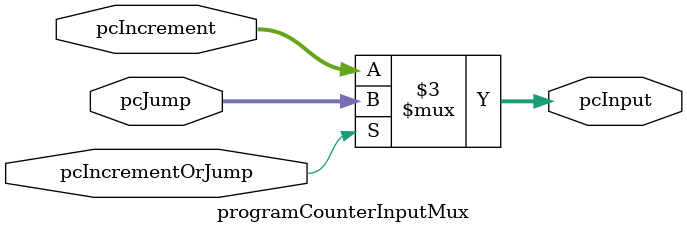
<source format=v>
module programCounterInputMux (
  input  wire [31:0] pcIncrement,
  input  wire [31:0] pcJump,
  input  wire        pcIncrementOrJump,
  output reg  [31:0] pcInput
);

  always @(*) begin
    pcInput = (pcIncrementOrJump == 1'b0) ? pcIncrement : pcJump;
  end

endmodule

</source>
